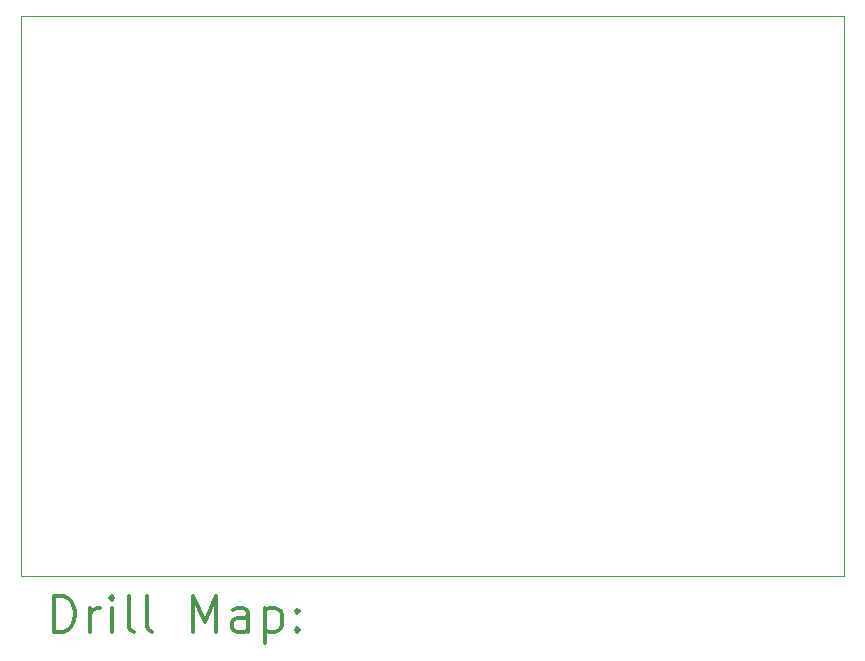
<source format=gbr>
%FSLAX45Y45*%
G04 Gerber Fmt 4.5, Leading zero omitted, Abs format (unit mm)*
G04 Created by KiCad (PCBNEW 5.1.9) date 2021-08-01 18:05:11*
%MOMM*%
%LPD*%
G01*
G04 APERTURE LIST*
%TA.AperFunction,Profile*%
%ADD10C,0.050000*%
%TD*%
%ADD11C,0.200000*%
%ADD12C,0.300000*%
G04 APERTURE END LIST*
D10*
X11653520Y-6831330D02*
X11653520Y-2082800D01*
X4681220Y-2082800D02*
X4681220Y-6831330D01*
X11653520Y-2082800D02*
X4681220Y-2082800D01*
X4681220Y-6831330D02*
X11653520Y-6831330D01*
D11*
D12*
X4965148Y-7299544D02*
X4965148Y-6999544D01*
X5036577Y-6999544D01*
X5079434Y-7013830D01*
X5108006Y-7042401D01*
X5122291Y-7070973D01*
X5136577Y-7128116D01*
X5136577Y-7170973D01*
X5122291Y-7228116D01*
X5108006Y-7256687D01*
X5079434Y-7285259D01*
X5036577Y-7299544D01*
X4965148Y-7299544D01*
X5265148Y-7299544D02*
X5265148Y-7099544D01*
X5265148Y-7156687D02*
X5279434Y-7128116D01*
X5293720Y-7113830D01*
X5322291Y-7099544D01*
X5350863Y-7099544D01*
X5450863Y-7299544D02*
X5450863Y-7099544D01*
X5450863Y-6999544D02*
X5436577Y-7013830D01*
X5450863Y-7028116D01*
X5465148Y-7013830D01*
X5450863Y-6999544D01*
X5450863Y-7028116D01*
X5636577Y-7299544D02*
X5608006Y-7285259D01*
X5593720Y-7256687D01*
X5593720Y-6999544D01*
X5793720Y-7299544D02*
X5765148Y-7285259D01*
X5750863Y-7256687D01*
X5750863Y-6999544D01*
X6136577Y-7299544D02*
X6136577Y-6999544D01*
X6236577Y-7213830D01*
X6336577Y-6999544D01*
X6336577Y-7299544D01*
X6608006Y-7299544D02*
X6608006Y-7142401D01*
X6593720Y-7113830D01*
X6565148Y-7099544D01*
X6508006Y-7099544D01*
X6479434Y-7113830D01*
X6608006Y-7285259D02*
X6579434Y-7299544D01*
X6508006Y-7299544D01*
X6479434Y-7285259D01*
X6465148Y-7256687D01*
X6465148Y-7228116D01*
X6479434Y-7199544D01*
X6508006Y-7185259D01*
X6579434Y-7185259D01*
X6608006Y-7170973D01*
X6750863Y-7099544D02*
X6750863Y-7399544D01*
X6750863Y-7113830D02*
X6779434Y-7099544D01*
X6836577Y-7099544D01*
X6865148Y-7113830D01*
X6879434Y-7128116D01*
X6893720Y-7156687D01*
X6893720Y-7242401D01*
X6879434Y-7270973D01*
X6865148Y-7285259D01*
X6836577Y-7299544D01*
X6779434Y-7299544D01*
X6750863Y-7285259D01*
X7022291Y-7270973D02*
X7036577Y-7285259D01*
X7022291Y-7299544D01*
X7008006Y-7285259D01*
X7022291Y-7270973D01*
X7022291Y-7299544D01*
X7022291Y-7113830D02*
X7036577Y-7128116D01*
X7022291Y-7142401D01*
X7008006Y-7128116D01*
X7022291Y-7113830D01*
X7022291Y-7142401D01*
M02*

</source>
